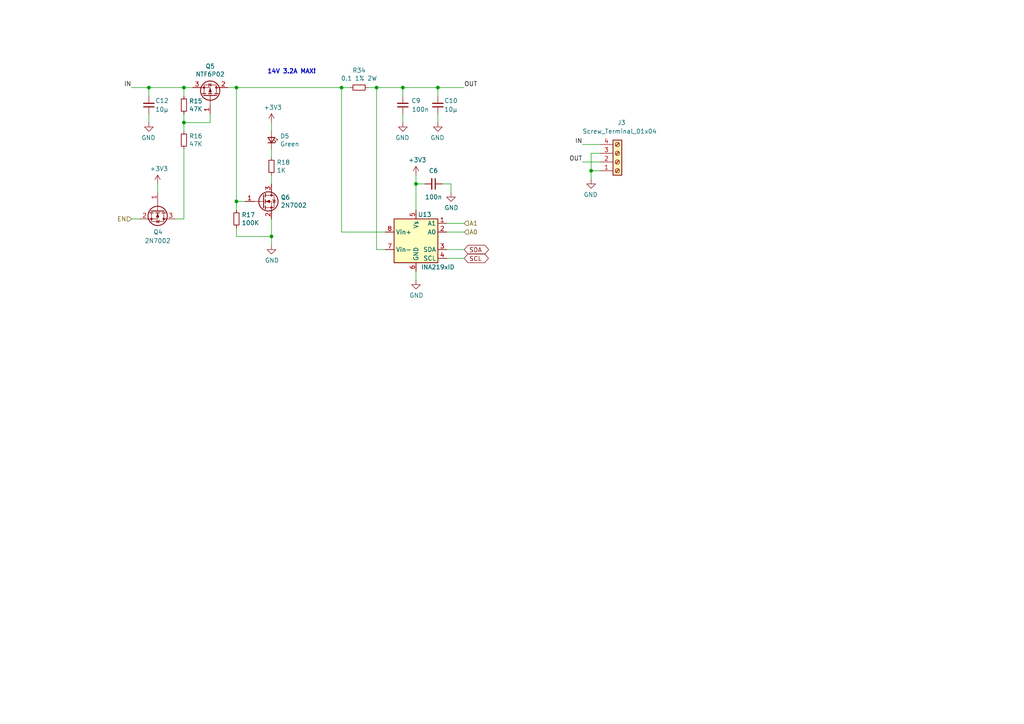
<source format=kicad_sch>
(kicad_sch (version 20211123) (generator eeschema)
  (paper "A4")
  (lib_symbols
    (symbol "Connector:Screw_Terminal_01x04" (pin_names (offset 1.016) hide)
      (property "Reference" "J" (at 0 5.08 0))
      (property "Value" "Screw_Terminal_01x04" (at 0 -7.62 0))
      (symbol "Screw_Terminal_01x04_1_1"
        (rectangle (start -1.27 3.81) (end 1.27 -6.35) (stroke (width 0.254)) (fill (type background)))
        (circle (center 0 -5.08) (radius 0.635) (stroke (width 0.1524)))
        (circle (center 0 -2.54) (radius 0.635) (stroke (width 0.1524)))
        (polyline (pts (xy -0.5334 -4.7498) (xy 0.3302 -5.588)) (stroke (width 0.1524)))
        (polyline (pts (xy -0.5334 -2.2098) (xy 0.3302 -3.048)) (stroke (width 0.1524)))
        (polyline (pts (xy -0.5334 0.3302) (xy 0.3302 -0.508)) (stroke (width 0.1524)))
        (polyline (pts (xy -0.5334 2.8702) (xy 0.3302 2.032)) (stroke (width 0.1524)))
        (polyline (pts (xy -0.3556 -4.572) (xy 0.508 -5.4102)) (stroke (width 0.1524)))
        (polyline (pts (xy -0.3556 -2.032) (xy 0.508 -2.8702)) (stroke (width 0.1524)))
        (polyline (pts (xy -0.3556 0.508) (xy 0.508 -0.3302)) (stroke (width 0.1524)))
        (polyline (pts (xy -0.3556 3.048) (xy 0.508 2.2098)) (stroke (width 0.1524)))
        (circle (center 0 0) (radius 0.635) (stroke (width 0.1524)))
        (circle (center 0 2.54) (radius 0.635) (stroke (width 0.1524)))
        (pin passive line (at -5.08 2.54 0) (length 3.81) (name "Pin_1") (number "1"))
        (pin passive line (at -5.08 0 0) (length 3.81) (name "Pin_2") (number "2"))
        (pin passive line (at -5.08 -2.54 0) (length 3.81) (name "Pin_3") (number "3"))
        (pin passive line (at -5.08 -5.08 0) (length 3.81) (name "Pin_4") (number "4"))
      )
    )
    (symbol "Device:C_Small" (pin_numbers hide) (pin_names (offset 0.254) hide)
      (property "Reference" "C" (at 0.254 1.778 0))
      (property "Value" "C_Small" (at 0.254 -2.032 0))
      (symbol "C_Small_0_1"
        (polyline (pts (xy -1.524 -0.508) (xy 1.524 -0.508)) (stroke (width 0.3302)))
        (polyline (pts (xy -1.524 0.508) (xy 1.524 0.508)) (stroke (width 0.3048)))
      )
      (symbol "C_Small_1_1"
        (pin passive line (at 0 2.54 270) (length 2.032) (name "~") (number "1"))
        (pin passive line (at 0 -2.54 90) (length 2.032) (name "~") (number "2"))
      )
    )
    (symbol "Device:LED_Small" (pin_numbers hide) (pin_names (offset 0.254) hide)
      (property "Reference" "D" (at -1.27 3.175 0))
      (property "Value" "LED_Small" (at -4.445 -2.54 0))
      (symbol "LED_Small_0_1"
        (polyline (pts (xy -0.762 -1.016) (xy -0.762 1.016)) (stroke (width 0.254)))
        (polyline (pts (xy 1.016 0) (xy -0.762 0)))
        (polyline (pts (xy 0.762 -1.016) (xy -0.762 0) (xy 0.762 1.016) (xy 0.762 -1.016)) (stroke (width 0.254)))
        (polyline (pts (xy 0 0.762) (xy -0.508 1.27) (xy -0.254 1.27) (xy -0.508 1.27) (xy -0.508 1.016)))
        (polyline (pts (xy 0.508 1.27) (xy 0 1.778) (xy 0.254 1.778) (xy 0 1.778) (xy 0 1.524)))
      )
      (symbol "LED_Small_1_1"
        (pin passive line (at -2.54 0 0) (length 1.778) (name "K") (number "1"))
        (pin passive line (at 2.54 0 180) (length 1.778) (name "A") (number "2"))
      )
    )
    (symbol "Device:R_Small" (pin_numbers hide) (pin_names (offset 0.254) hide)
      (property "Reference" "R" (at 0.762 0.508 0))
      (property "Value" "R_Small" (at 0.762 -1.016 0))
      (symbol "R_Small_0_1"
        (rectangle (start -0.762 1.778) (end 0.762 -1.778) (stroke (width 0.2032)))
      )
      (symbol "R_Small_1_1"
        (pin passive line (at 0 2.54 270) (length 0.762) (name "~") (number "1"))
        (pin passive line (at 0 -2.54 90) (length 0.762) (name "~") (number "2"))
      )
    )
    (symbol "INA219:INA219xID"
      (property "Reference" "U" (at 3.81 7.62 0))
      (property "Value" "INA219xID" (at 5.08 -7.62 0))
      (symbol "INA219xID_0_1"
        (rectangle (start 6.35 6.35) (end -6.35 -6.35) (stroke (width 0.254)) (fill (type background)))
      )
      (symbol "INA219xID_1_1"
        (pin passive line (at 8.89 5.08 180) (length 2.54) (name "A1") (number "1"))
        (pin passive line (at 8.89 2.54 180) (length 2.54) (name "A0") (number "2"))
        (pin bidirectional line (at 8.89 -2.54 180) (length 2.54) (name "SDA") (number "3"))
        (pin input line (at 8.89 -5.08 180) (length 2.54) (name "SCL") (number "4"))
        (pin power_in line (at 0 8.89 270) (length 2.54) (name "Vs") (number "5"))
        (pin power_in line (at 0 -8.89 90) (length 2.54) (name "GND") (number "6"))
        (pin input line (at -8.89 -2.54 0) (length 2.54) (name "Vin-") (number "7"))
        (pin input line (at -8.89 2.54 0) (length 2.54) (name "Vin+") (number "8"))
      )
    )
    (symbol "Transistor_FET:2N7002" (pin_names hide)
      (property "Reference" "Q" (at 5.08 1.905 0))
      (property "Value" "2N7002" (at 5.08 0 0))
      (symbol "2N7002_0_1"
        (polyline (pts (xy 0.254 0) (xy -2.54 0)))
        (polyline (pts (xy 0.254 1.905) (xy 0.254 -1.905)) (stroke (width 0.254)))
        (polyline (pts (xy 0.762 -1.27) (xy 0.762 -2.286)) (stroke (width 0.254)))
        (polyline (pts (xy 0.762 0.508) (xy 0.762 -0.508)) (stroke (width 0.254)))
        (polyline (pts (xy 0.762 2.286) (xy 0.762 1.27)) (stroke (width 0.254)))
        (polyline (pts (xy 2.54 2.54) (xy 2.54 1.778)))
        (polyline (pts (xy 2.54 -2.54) (xy 2.54 0) (xy 0.762 0)))
        (polyline (pts (xy 0.762 -1.778) (xy 3.302 -1.778) (xy 3.302 1.778) (xy 0.762 1.778)))
        (polyline (pts (xy 1.016 0) (xy 2.032 0.381) (xy 2.032 -0.381) (xy 1.016 0)) (fill (type outline)))
        (polyline (pts (xy 2.794 0.508) (xy 2.921 0.381) (xy 3.683 0.381) (xy 3.81 0.254)))
        (polyline (pts (xy 3.302 0.381) (xy 2.921 -0.254) (xy 3.683 -0.254) (xy 3.302 0.381)))
        (circle (center 1.651 0) (radius 2.794) (stroke (width 0.254)))
        (circle (center 2.54 -1.778) (radius 0.254) (fill (type outline)))
        (circle (center 2.54 1.778) (radius 0.254) (fill (type outline)))
      )
      (symbol "2N7002_1_1"
        (pin input line (at -5.08 0 0) (length 2.54) (name "G") (number "1"))
        (pin passive line (at 2.54 -5.08 90) (length 2.54) (name "S") (number "2"))
        (pin passive line (at 2.54 5.08 270) (length 2.54) (name "D") (number "3"))
      )
    )
    (symbol "Transistor_FET:IRF9540N" (pin_names hide)
      (property "Reference" "Q" (at 5.08 1.905 0))
      (property "Value" "IRF9540N" (at 5.08 0 0))
      (symbol "IRF9540N_0_1"
        (polyline (pts (xy 0.254 0) (xy -2.54 0)))
        (polyline (pts (xy 0.254 1.905) (xy 0.254 -1.905)) (stroke (width 0.254)))
        (polyline (pts (xy 0.762 -1.27) (xy 0.762 -2.286)) (stroke (width 0.254)))
        (polyline (pts (xy 0.762 0.508) (xy 0.762 -0.508)) (stroke (width 0.254)))
        (polyline (pts (xy 0.762 2.286) (xy 0.762 1.27)) (stroke (width 0.254)))
        (polyline (pts (xy 2.54 2.54) (xy 2.54 1.778)))
        (polyline (pts (xy 2.54 -2.54) (xy 2.54 0) (xy 0.762 0)))
        (polyline (pts (xy 0.762 1.778) (xy 3.302 1.778) (xy 3.302 -1.778) (xy 0.762 -1.778)))
        (polyline (pts (xy 2.286 0) (xy 1.27 0.381) (xy 1.27 -0.381) (xy 2.286 0)) (fill (type outline)))
        (polyline (pts (xy 2.794 -0.508) (xy 2.921 -0.381) (xy 3.683 -0.381) (xy 3.81 -0.254)))
        (polyline (pts (xy 3.302 -0.381) (xy 2.921 0.254) (xy 3.683 0.254) (xy 3.302 -0.381)))
        (circle (center 1.651 0) (radius 2.794) (stroke (width 0.254)))
        (circle (center 2.54 -1.778) (radius 0.254) (fill (type outline)))
        (circle (center 2.54 1.778) (radius 0.254) (fill (type outline)))
      )
      (symbol "IRF9540N_1_1"
        (pin input line (at -5.08 0 0) (length 2.54) (name "G") (number "1"))
        (pin passive line (at 2.54 5.08 270) (length 2.54) (name "D") (number "2"))
        (pin passive line (at 2.54 -5.08 90) (length 2.54) (name "S") (number "3"))
      )
    )
    (symbol "power:+3V3" (power) (pin_names (offset 0))
      (property "Value" "+3V3" (at 0 3.556 0))
      (symbol "+3V3_0_1"
        (polyline (pts (xy -0.762 1.27) (xy 0 2.54)))
        (polyline (pts (xy 0 0) (xy 0 2.54)))
        (polyline (pts (xy 0 2.54) (xy 0.762 1.27)))
      )
      (symbol "+3V3_1_1"
        (pin power_in line (at 0 0 90) (length 0) hide (name "+3V3") (number "1"))
      )
    )
    (symbol "power:GND" (power) (pin_names (offset 0))
      (property "Value" "GND" (at 0 -3.81 0))
      (symbol "GND_0_1"
        (polyline (pts (xy 0 0) (xy 0 -1.27) (xy 1.27 -1.27) (xy 0 -2.54) (xy -1.27 -1.27) (xy 0 -1.27)))
      )
      (symbol "GND_1_1"
        (pin power_in line (at 0 0 270) (length 0) hide (name "GND") (number "1"))
      )
    )
  )
  (junction (at 109.22 25.4))
  (junction (at 43.18 25.4))
  (junction (at 171.45 49.53))
  (junction (at 127 25.4))
  (junction (at 53.34 35.56))
  (junction (at 99.06 25.4))
  (junction (at 78.74 68.58))
  (junction (at 53.34 25.4))
  (junction (at 120.65 53.34))
  (junction (at 68.58 58.42))
  (junction (at 68.58 25.4))
  (junction (at 116.84 25.4))
  (wire (pts (xy 53.34 27.94) (xy 53.34 25.4)))
  (wire (pts (xy 128.27 53.34) (xy 130.81 53.34)))
  (wire (pts (xy 171.45 44.45) (xy 171.45 49.53)))
  (wire (pts (xy 127 33.02) (xy 127 35.56)))
  (wire (pts (xy 116.84 33.02) (xy 116.84 35.56)))
  (wire (pts (xy 68.58 60.96) (xy 68.58 58.42)))
  (wire (pts (xy 116.84 25.4) (xy 127 25.4)))
  (wire (pts (xy 78.74 38.1) (xy 78.74 35.56)))
  (wire (pts (xy 173.99 49.53) (xy 171.45 49.53)))
  (wire (pts (xy 45.72 53.34) (xy 45.72 55.88)))
  (wire (pts (xy 173.99 44.45) (xy 171.45 44.45)))
  (wire (pts (xy 60.96 33.02) (xy 60.96 35.56)))
  (wire (pts (xy 68.58 25.4) (xy 99.06 25.4)))
  (wire (pts (xy 68.58 58.42) (xy 71.12 58.42)))
  (wire (pts (xy 78.74 45.72) (xy 78.74 43.18)))
  (wire (pts (xy 78.74 63.5) (xy 78.74 68.58)))
  (wire (pts (xy 68.58 68.58) (xy 78.74 68.58)))
  (wire (pts (xy 38.1 25.4) (xy 43.18 25.4)))
  (wire (pts (xy 168.91 41.91) (xy 173.99 41.91)))
  (wire (pts (xy 43.18 33.02) (xy 43.18 35.56)))
  (wire (pts (xy 50.8 63.5) (xy 53.34 63.5)))
  (wire (pts (xy 53.34 25.4) (xy 55.88 25.4)))
  (wire (pts (xy 134.62 64.77) (xy 129.54 64.77)))
  (wire (pts (xy 109.22 72.39) (xy 109.22 25.4)))
  (wire (pts (xy 68.58 58.42) (xy 68.58 25.4)))
  (wire (pts (xy 127 27.94) (xy 127 25.4)))
  (wire (pts (xy 106.68 25.4) (xy 109.22 25.4)))
  (wire (pts (xy 78.74 68.58) (xy 78.74 71.12)))
  (wire (pts (xy 171.45 49.53) (xy 171.45 52.07)))
  (wire (pts (xy 134.62 67.31) (xy 129.54 67.31)))
  (wire (pts (xy 111.76 67.31) (xy 99.06 67.31)))
  (wire (pts (xy 173.99 46.99) (xy 168.91 46.99)))
  (wire (pts (xy 78.74 53.34) (xy 78.74 50.8)))
  (wire (pts (xy 99.06 25.4) (xy 101.6 25.4)))
  (wire (pts (xy 120.65 53.34) (xy 120.65 50.8)))
  (wire (pts (xy 43.18 25.4) (xy 53.34 25.4)))
  (wire (pts (xy 38.1 63.5) (xy 40.64 63.5)))
  (wire (pts (xy 53.34 35.56) (xy 53.34 33.02)))
  (wire (pts (xy 99.06 67.31) (xy 99.06 25.4)))
  (wire (pts (xy 120.65 60.96) (xy 120.65 53.34)))
  (wire (pts (xy 123.19 53.34) (xy 120.65 53.34)))
  (wire (pts (xy 120.65 81.28) (xy 120.65 78.74)))
  (wire (pts (xy 134.62 72.39) (xy 129.54 72.39)))
  (wire (pts (xy 116.84 27.94) (xy 116.84 25.4)))
  (wire (pts (xy 43.18 27.94) (xy 43.18 25.4)))
  (wire (pts (xy 111.76 72.39) (xy 109.22 72.39)))
  (wire (pts (xy 60.96 35.56) (xy 53.34 35.56)))
  (wire (pts (xy 66.04 25.4) (xy 68.58 25.4)))
  (wire (pts (xy 109.22 25.4) (xy 116.84 25.4)))
  (wire (pts (xy 134.62 74.93) (xy 129.54 74.93)))
  (wire (pts (xy 127 25.4) (xy 134.62 25.4)))
  (wire (pts (xy 130.81 53.34) (xy 130.81 55.88)))
  (wire (pts (xy 53.34 38.1) (xy 53.34 35.56)))
  (wire (pts (xy 53.34 43.18) (xy 53.34 63.5)))
  (wire (pts (xy 68.58 66.04) (xy 68.58 68.58)))
  (text "14V 3.2A MAX!\n" (at 77.47 21.59 0) (effects (font (size 1.27 1.27) (thickness 0.254) bold) (justify left bottom)))
  (label "IN" (at 38.1 25.4 180))
  (label "IN" (at 168.91 41.91 180))
  (label "OUT" (at 134.62 25.4 0))
  (label "OUT" (at 168.91 46.99 180))
  (global_label "SCL" (shape bidirectional) (at 134.62 74.93 0) (property "Intersheet References" "${INTERSHEET_REFS}" (effects hide)))
  (global_label "SDA" (shape bidirectional) (at 134.62 72.39 0) (property "Intersheet References" "${INTERSHEET_REFS}" (effects hide)))
  (hierarchical_label "A0" (shape input) (at 134.62 67.31 0))
  (hierarchical_label "A1" (shape input) (at 134.62 64.77 0))
  (hierarchical_label "EN" (shape input) (at 38.1 63.5 180))
  (symbol (lib_id "Device:R_Small") (at 53.34 40.64 0)
    (property "Reference" "R16" (at 54.8386 39.4716 0) (effects (justify left)))
    (property "Value" "47K" (at 54.8386 41.783 0) (effects (justify left)))
    (property "Footprint" "Resistor_SMD:R_0603_1608Metric_Pad1.05x0.95mm_HandSolder" (effects hide))
  )
  (symbol (lib_id "Device:R_Small") (at 53.34 30.48 0)
    (property "Reference" "R15" (at 54.8386 29.3116 0) (effects (justify left)))
    (property "Value" "47K" (at 54.8386 31.623 0) (effects (justify left)))
    (property "Footprint" "Resistor_SMD:R_0603_1608Metric_Pad1.05x0.95mm_HandSolder" (effects hide))
  )
  (symbol (lib_id "Transistor_FET:IRF9540N") (at 60.96 27.94 270) (mirror x)
    (property "Reference" "Q5" (at 60.96 19.2278 90))
    (property "Value" "NTF6P02" (at 60.96 21.5392 90))
    (property "Footprint" "Package_TO_SOT_SMD:SOT-223-3_TabPin2" (effects hide))
    (property "Datasheet" "http://www.irf.com/product-info/datasheets/data/irf9540n.pdf" (effects hide))
  )
  (symbol (lib_id "Device:R_Small") (at 68.58 63.5 0)
    (property "Reference" "R17" (at 70.0786 62.3316 0) (effects (justify left)))
    (property "Value" "100K" (at 70.0786 64.643 0) (effects (justify left)))
    (property "Footprint" "Resistor_SMD:R_0603_1608Metric_Pad1.05x0.95mm_HandSolder" (effects hide))
  )
  (symbol (lib_id "power:GND") (at 78.74 71.12 0)
    (property "Reference" "#PWR012" (effects hide))
    (property "Value" "GND" (at 78.867 75.5142 0))
  )
  (symbol (lib_id "Device:R_Small") (at 78.74 48.26 0)
    (property "Reference" "R18" (at 80.2386 47.0916 0) (effects (justify left)))
    (property "Value" "1K" (at 80.2386 49.403 0) (effects (justify left)))
    (property "Footprint" "Resistor_SMD:R_0603_1608Metric_Pad1.05x0.95mm_HandSolder" (effects hide))
  )
  (symbol (lib_id "power:+3V3") (at 78.74 35.56 0)
    (property "Reference" "#PWR011" (effects hide))
    (property "Value" "+3V3" (at 79.121 31.1658 0))
  )
  (symbol (lib_id "Connector:Screw_Terminal_01x04") (at 179.07 46.99 0) (mirror x)
    (property "Reference" "J3" (at 179.07 35.56 0) (effects (justify left)))
    (property "Value" "Screw_Terminal_01x04" (at 168.91 38.1 0) (effects (justify left)))
    (property "Footprint" "TerminalBlock_MetzConnect:TerminalBlock_MetzConnect_Type059_RT06304HBWC_1x04_P3.50mm_Horizontal" (effects hide))
  )
  (symbol (lib_id "power:GND") (at 171.45 52.07 0) (mirror y)
    (property "Reference" "#PWR013" (effects hide))
    (property "Value" "GND" (at 171.323 56.4642 0))
  )
  (symbol (lib_id "Device:LED_Small") (at 78.74 40.64 270) (mirror x)
    (property "Reference" "D5" (at 81.2292 39.4716 90) (effects (justify left)))
    (property "Value" "Green" (at 81.2292 41.783 90) (effects (justify left)))
    (property "Footprint" "LED_SMD:LED_0603_1608Metric_Castellated" (effects hide))
  )
  (symbol (lib_id "Transistor_FET:2N7002") (at 45.72 60.96 270)
    (property "Reference" "Q4" (at 44.45 67.31 90) (effects (justify left)))
    (property "Value" "2N7002" (at 41.91 69.85 90) (effects (justify left)))
    (property "Footprint" "Package_TO_SOT_SMD:SOT-23_Handsoldering" (effects hide))
    (property "Datasheet" "https://www.fairchildsemi.com/datasheets/2N/2N7002.pdf" (effects hide))
  )
  (symbol (lib_id "Transistor_FET:2N7002") (at 76.2 58.42 0)
    (property "Reference" "Q6" (at 81.407 57.2516 0) (effects (justify left)))
    (property "Value" "2N7002" (at 81.407 59.563 0) (effects (justify left)))
    (property "Footprint" "Package_TO_SOT_SMD:SOT-23_Handsoldering" (effects hide))
    (property "Datasheet" "https://www.fairchildsemi.com/datasheets/2N/2N7002.pdf" (effects hide))
  )
  (symbol (lib_id "Device:R_Small") (at 104.14 25.4 270)
    (property "Reference" "R34" (at 104.14 20.4216 90))
    (property "Value" "0.1 1% 2W" (at 104.14 22.733 90))
    (property "Footprint" "Resistor_SMD:R_2512_6332Metric_Pad1.52x3.35mm_HandSolder" (effects hide))
  )
  (symbol (lib_id "power:GND") (at 120.65 81.28 0)
    (property "Reference" "#PWR0110" (effects hide))
    (property "Value" "GND" (at 120.777 85.6742 0))
  )
  (symbol (lib_id "power:+3V3") (at 120.65 50.8 0)
    (property "Reference" "#PWR0111" (effects hide))
    (property "Value" "+3V3" (at 121.031 46.4058 0))
  )
  (symbol (lib_id "Device:C_Small") (at 125.73 53.34 270)
    (property "Reference" "C6" (at 125.73 49.53 90))
    (property "Value" "100n" (at 125.73 57.15 90))
    (property "Footprint" "Capacitor_SMD:C_0603_1608Metric_Pad1.05x0.95mm_HandSolder" (effects hide))
  )
  (symbol (lib_id "Device:C_Small") (at 116.84 30.48 180)
    (property "Reference" "C9" (at 120.65 29.21 0))
    (property "Value" "100n" (at 121.92 31.75 0))
    (property "Footprint" "Capacitor_SMD:C_0603_1608Metric_Pad1.05x0.95mm_HandSolder" (effects hide))
  )
  (symbol (lib_id "Device:C_Small") (at 127 30.48 180)
    (property "Reference" "C10" (at 130.81 29.21 0))
    (property "Value" "10µ" (at 130.81 31.75 0))
    (property "Footprint" "Capacitor_SMD:C_0805_2012Metric_Pad1.15x1.40mm_HandSolder" (effects hide))
  )
  (symbol (lib_id "power:GND") (at 116.84 35.56 0) (mirror y)
    (property "Reference" "#PWR031" (effects hide))
    (property "Value" "GND" (at 116.713 39.9542 0))
  )
  (symbol (lib_id "power:GND") (at 127 35.56 0) (mirror y)
    (property "Reference" "#PWR032" (effects hide))
    (property "Value" "GND" (at 126.873 39.9542 0))
  )
  (symbol (lib_id "Device:C_Small") (at 43.18 30.48 180)
    (property "Reference" "C12" (at 46.99 29.21 0))
    (property "Value" "10µ" (at 46.99 31.75 0))
    (property "Footprint" "Capacitor_SMD:C_0805_2012Metric_Pad1.15x1.40mm_HandSolder" (effects hide))
  )
  (symbol (lib_id "power:GND") (at 43.18 35.56 0) (mirror y)
    (property "Reference" "#PWR034" (effects hide))
    (property "Value" "GND" (at 43.053 39.9542 0))
  )
  (symbol (lib_id "INA219:INA219xID") (at 120.65 69.85 0)
    (property "Reference" "U13" (at 123.19 62.23 0))
    (property "Value" "INA219xID" (at 127 77.47 0))
    (property "Footprint" "Package_SO:SOIC-8_3.9x4.9mm_P1.27mm" (effects hide))
    (property "Datasheet" "http://www.ti.com/lit/ds/symlink/ina219.pdf" (effects hide))
  )
  (symbol (lib_id "power:GND") (at 130.81 55.88 0)
    (property "Reference" "#PWR044" (effects hide))
    (property "Value" "GND" (at 130.937 60.2742 0))
  )
  (symbol (lib_id "power:+3V3") (at 45.72 53.34 0)
    (property "Reference" "#PWR020" (effects hide))
    (property "Value" "+3V3" (at 46.101 48.9458 0))
  )
)
</source>
